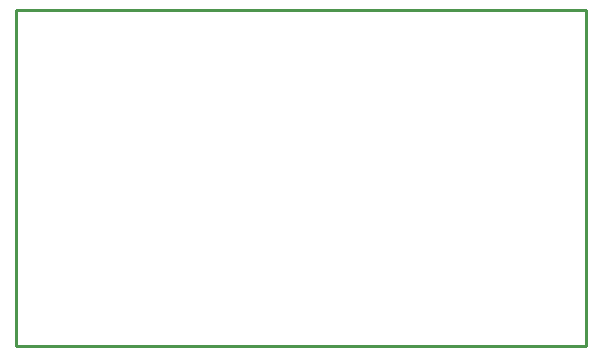
<source format=gbr>
G04 start of page 4 for group 2 idx 2 *
G04 Title: (unknown), outline *
G04 Creator: pcb 20140316 *
G04 CreationDate: Sun 15 Dec 2019 10:03:36 PM GMT UTC *
G04 For: railfan *
G04 Format: Gerber/RS-274X *
G04 PCB-Dimensions (mil): 1900.00 1120.00 *
G04 PCB-Coordinate-Origin: lower left *
%MOIN*%
%FSLAX25Y25*%
%LNOUTLINE*%
%ADD37C,0.0100*%
G54D37*X0Y112000D02*X190000D01*
Y0D01*
X0D01*
Y112000D01*
M02*

</source>
